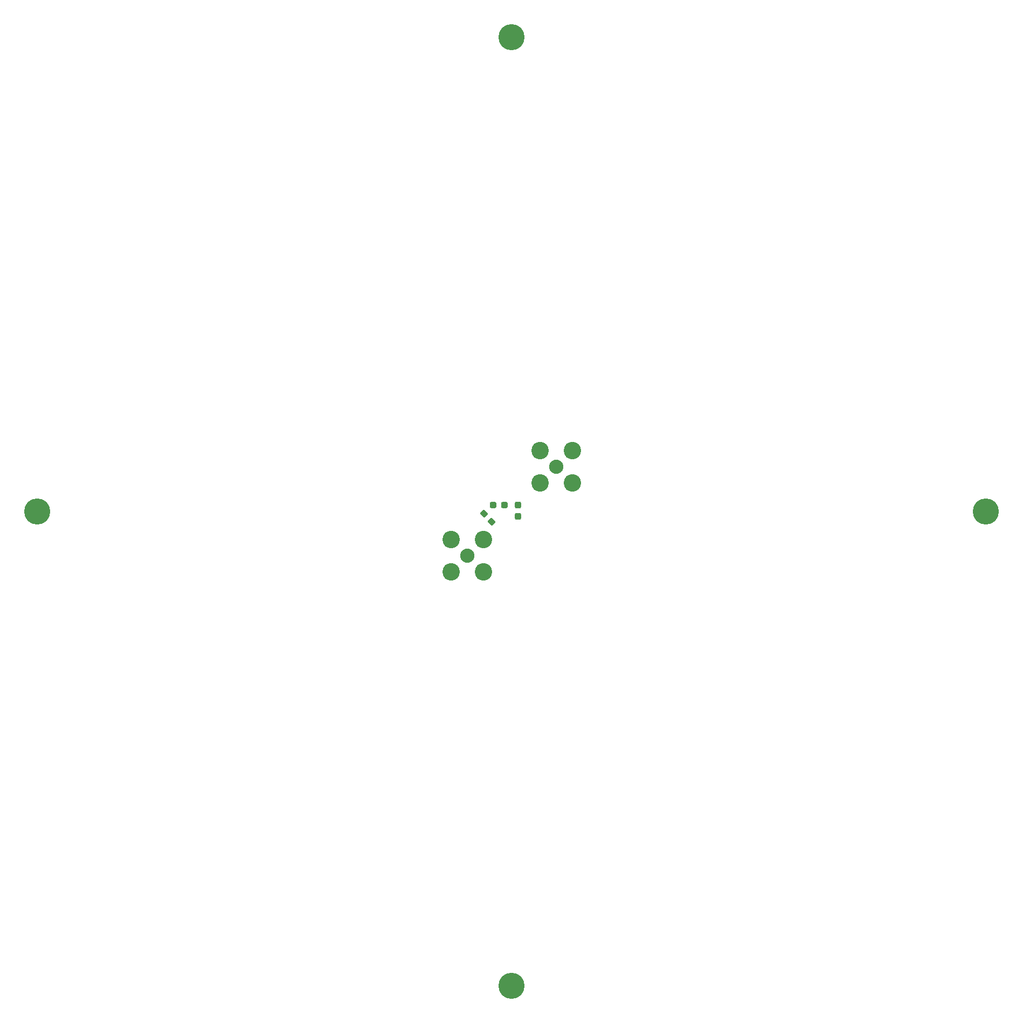
<source format=gbs>
%TF.GenerationSoftware,KiCad,Pcbnew,6.0.9+dfsg-1*%
%TF.CreationDate,2022-11-12T19:52:27+00:00*%
%TF.ProjectId,antenna,616e7465-6e6e-4612-9e6b-696361645f70,rev?*%
%TF.SameCoordinates,Original*%
%TF.FileFunction,Soldermask,Bot*%
%TF.FilePolarity,Negative*%
%FSLAX46Y46*%
G04 Gerber Fmt 4.6, Leading zero omitted, Abs format (unit mm)*
G04 Created by KiCad (PCBNEW 6.0.9+dfsg-1) date 2022-11-12 19:52:27*
%MOMM*%
%LPD*%
G01*
G04 APERTURE LIST*
G04 Aperture macros list*
%AMRoundRect*
0 Rectangle with rounded corners*
0 $1 Rounding radius*
0 $2 $3 $4 $5 $6 $7 $8 $9 X,Y pos of 4 corners*
0 Add a 4 corners polygon primitive as box body*
4,1,4,$2,$3,$4,$5,$6,$7,$8,$9,$2,$3,0*
0 Add four circle primitives for the rounded corners*
1,1,$1+$1,$2,$3*
1,1,$1+$1,$4,$5*
1,1,$1+$1,$6,$7*
1,1,$1+$1,$8,$9*
0 Add four rect primitives between the rounded corners*
20,1,$1+$1,$2,$3,$4,$5,0*
20,1,$1+$1,$4,$5,$6,$7,0*
20,1,$1+$1,$6,$7,$8,$9,0*
20,1,$1+$1,$8,$9,$2,$3,0*%
G04 Aperture macros list end*
%ADD10C,2.740000*%
%ADD11C,2.240000*%
%ADD12C,4.100000*%
%ADD13RoundRect,0.237500X0.287500X0.237500X-0.287500X0.237500X-0.287500X-0.237500X0.287500X-0.237500X0*%
%ADD14RoundRect,0.237500X-0.237500X0.300000X-0.237500X-0.300000X0.237500X-0.300000X0.237500X0.300000X0*%
%ADD15RoundRect,0.237500X-0.380070X0.044194X0.044194X-0.380070X0.380070X-0.044194X-0.044194X0.380070X0*%
G04 APERTURE END LIST*
D10*
X125460000Y-112960000D03*
X125460000Y-118040000D03*
X130540000Y-118040000D03*
D11*
X128000000Y-115500000D03*
D10*
X130540000Y-112960000D03*
X139460000Y-98960000D03*
X144540000Y-104040000D03*
X144540000Y-98960000D03*
D11*
X142000000Y-101500000D03*
D10*
X139460000Y-104040000D03*
D12*
X135000000Y-183000000D03*
X60500000Y-108500000D03*
X135000000Y-34000000D03*
X209500000Y-108500000D03*
D13*
X133875000Y-107500000D03*
X132125000Y-107500000D03*
D14*
X136000000Y-107525000D03*
X136000000Y-109250000D03*
D15*
X130640120Y-108890120D03*
X131859880Y-110109880D03*
M02*

</source>
